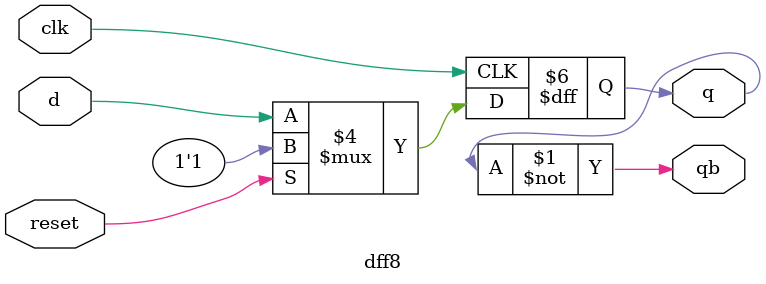
<source format=v>
module dff8 (
  input  d    ,
  input  clk  ,
  input  reset,
  output q    ,
  output qb
);

  reg q;

  assign qb = ~q;

  always @(posedge clk)
    if (reset)
      q <= 1'b1; // Active high-reset
    else
      q <= d;

endmodule


</source>
